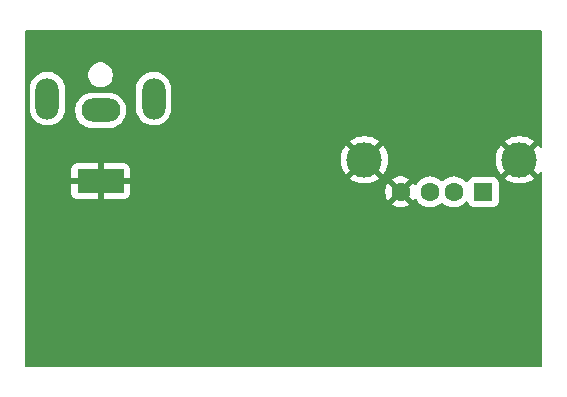
<source format=gbr>
%TF.GenerationSoftware,KiCad,Pcbnew,9.0.3*%
%TF.CreationDate,2025-10-14T12:27:29+02:00*%
%TF.ProjectId,TEST_JLC_PCB,54455354-5f4a-44c4-935f-5043422e6b69,rev?*%
%TF.SameCoordinates,Original*%
%TF.FileFunction,Copper,L2,Bot*%
%TF.FilePolarity,Positive*%
%FSLAX46Y46*%
G04 Gerber Fmt 4.6, Leading zero omitted, Abs format (unit mm)*
G04 Created by KiCad (PCBNEW 9.0.3) date 2025-10-14 12:27:29*
%MOMM*%
%LPD*%
G01*
G04 APERTURE LIST*
%TA.AperFunction,ComponentPad*%
%ADD10R,1.600000X1.500000*%
%TD*%
%TA.AperFunction,ComponentPad*%
%ADD11C,1.600000*%
%TD*%
%TA.AperFunction,ComponentPad*%
%ADD12C,3.000000*%
%TD*%
%TA.AperFunction,ComponentPad*%
%ADD13R,4.000000X2.000000*%
%TD*%
%TA.AperFunction,ComponentPad*%
%ADD14O,3.300000X2.000000*%
%TD*%
%TA.AperFunction,ComponentPad*%
%ADD15O,2.000000X3.500000*%
%TD*%
G04 APERTURE END LIST*
D10*
%TO.P,J1,1,VBUS*%
%TO.N,VOUT*%
X131630000Y-64800000D03*
D11*
%TO.P,J1,2,D-*%
%TO.N,unconnected-(J1-D--Pad2)*%
X129130000Y-64800000D03*
%TO.P,J1,3,D+*%
%TO.N,unconnected-(J1-D+-Pad3)*%
X127130000Y-64800000D03*
%TO.P,J1,4,GND*%
%TO.N,GND*%
X124630000Y-64800000D03*
D12*
%TO.P,J1,5,Shield*%
X134700000Y-62090000D03*
X121560000Y-62090000D03*
%TD*%
D13*
%TO.P,J2,1*%
%TO.N,GND*%
X99230000Y-63900000D03*
D14*
%TO.P,J2,2*%
%TO.N,VIN*%
X99230000Y-57900000D03*
D15*
%TO.P,J2,MP*%
%TO.N,N/C*%
X103730000Y-56900000D03*
X94730000Y-56900000D03*
%TD*%
%TA.AperFunction,Conductor*%
%TO.N,GND*%
G36*
X136562539Y-51120185D02*
G01*
X136608294Y-51172989D01*
X136619500Y-51224500D01*
X136619500Y-60951898D01*
X136599815Y-61018937D01*
X136547011Y-61064692D01*
X136477853Y-61074636D01*
X136414297Y-61045611D01*
X136388113Y-61013899D01*
X136366506Y-60976476D01*
X136366505Y-60976475D01*
X136279918Y-60863633D01*
X136279917Y-60863633D01*
X135672085Y-61471465D01*
X135577171Y-61340825D01*
X135449175Y-61212829D01*
X135318532Y-61117912D01*
X135926365Y-60510080D01*
X135813524Y-60423494D01*
X135813516Y-60423488D01*
X135586482Y-60292409D01*
X135586471Y-60292404D01*
X135344255Y-60192075D01*
X135091020Y-60124222D01*
X135091009Y-60124220D01*
X134831094Y-60090000D01*
X134568905Y-60090000D01*
X134308990Y-60124220D01*
X134308979Y-60124222D01*
X134055744Y-60192075D01*
X133813528Y-60292404D01*
X133813517Y-60292409D01*
X133586471Y-60423496D01*
X133473633Y-60510079D01*
X133473633Y-60510080D01*
X134081466Y-61117913D01*
X133950825Y-61212829D01*
X133822829Y-61340825D01*
X133727913Y-61471466D01*
X133120080Y-60863633D01*
X133120079Y-60863633D01*
X133033496Y-60976471D01*
X132902409Y-61203517D01*
X132902404Y-61203528D01*
X132802075Y-61445744D01*
X132734222Y-61698979D01*
X132734220Y-61698990D01*
X132700000Y-61958905D01*
X132700000Y-62221094D01*
X132734220Y-62481009D01*
X132734222Y-62481020D01*
X132802075Y-62734255D01*
X132902404Y-62976471D01*
X132902409Y-62976482D01*
X133033488Y-63203516D01*
X133033494Y-63203524D01*
X133120080Y-63316365D01*
X133727912Y-62708532D01*
X133822829Y-62839175D01*
X133950825Y-62967171D01*
X134081465Y-63062086D01*
X133473633Y-63669917D01*
X133473633Y-63669918D01*
X133586475Y-63756505D01*
X133586483Y-63756511D01*
X133813517Y-63887590D01*
X133813528Y-63887595D01*
X134055744Y-63987924D01*
X134308979Y-64055777D01*
X134308990Y-64055779D01*
X134568905Y-64089999D01*
X134568920Y-64090000D01*
X134831080Y-64090000D01*
X134831094Y-64089999D01*
X135091009Y-64055779D01*
X135091020Y-64055777D01*
X135344255Y-63987924D01*
X135586471Y-63887595D01*
X135586482Y-63887590D01*
X135813516Y-63756511D01*
X135813534Y-63756499D01*
X135926365Y-63669919D01*
X135926365Y-63669917D01*
X135318534Y-63062086D01*
X135449175Y-62967171D01*
X135577171Y-62839175D01*
X135672086Y-62708534D01*
X136279917Y-63316365D01*
X136279919Y-63316365D01*
X136366499Y-63203534D01*
X136366510Y-63203517D01*
X136388113Y-63166101D01*
X136438680Y-63117886D01*
X136507287Y-63104662D01*
X136572151Y-63130630D01*
X136612680Y-63187544D01*
X136619500Y-63228101D01*
X136619500Y-79495500D01*
X136599815Y-79562539D01*
X136547011Y-79608294D01*
X136495500Y-79619500D01*
X92984500Y-79619500D01*
X92917461Y-79599815D01*
X92871706Y-79547011D01*
X92860500Y-79495500D01*
X92860500Y-62852155D01*
X96730000Y-62852155D01*
X96730000Y-63650000D01*
X97796988Y-63650000D01*
X97764075Y-63707007D01*
X97730000Y-63834174D01*
X97730000Y-63965826D01*
X97764075Y-64092993D01*
X97796988Y-64150000D01*
X96730000Y-64150000D01*
X96730000Y-64947844D01*
X96736401Y-65007372D01*
X96736403Y-65007379D01*
X96786645Y-65142086D01*
X96786649Y-65142093D01*
X96872809Y-65257187D01*
X96872812Y-65257190D01*
X96987906Y-65343350D01*
X96987913Y-65343354D01*
X97122620Y-65393596D01*
X97122627Y-65393598D01*
X97182155Y-65399999D01*
X97182172Y-65400000D01*
X98980000Y-65400000D01*
X98980000Y-64400000D01*
X99480000Y-64400000D01*
X99480000Y-65400000D01*
X101277828Y-65400000D01*
X101277844Y-65399999D01*
X101337372Y-65393598D01*
X101337379Y-65393596D01*
X101472086Y-65343354D01*
X101472093Y-65343350D01*
X101587187Y-65257190D01*
X101587190Y-65257187D01*
X101673350Y-65142093D01*
X101673354Y-65142086D01*
X101723596Y-65007379D01*
X101723598Y-65007372D01*
X101729999Y-64947844D01*
X101730000Y-64947827D01*
X101730000Y-64697682D01*
X123330000Y-64697682D01*
X123330000Y-64902317D01*
X123362009Y-65104417D01*
X123425244Y-65299031D01*
X123518141Y-65481350D01*
X123518147Y-65481359D01*
X123550523Y-65525921D01*
X123550524Y-65525922D01*
X124167449Y-64908997D01*
X124187370Y-64983343D01*
X124249905Y-65091657D01*
X124338343Y-65180095D01*
X124446657Y-65242630D01*
X124521002Y-65262550D01*
X123904076Y-65879474D01*
X123948650Y-65911859D01*
X124130968Y-66004755D01*
X124325582Y-66067990D01*
X124527683Y-66100000D01*
X124732317Y-66100000D01*
X124934417Y-66067990D01*
X125129031Y-66004755D01*
X125311349Y-65911859D01*
X125355921Y-65879474D01*
X124738997Y-65262550D01*
X124813343Y-65242630D01*
X124921657Y-65180095D01*
X125010095Y-65091657D01*
X125072630Y-64983343D01*
X125092550Y-64908997D01*
X125709474Y-65525921D01*
X125741859Y-65481349D01*
X125769233Y-65427624D01*
X125817207Y-65376827D01*
X125885028Y-65360031D01*
X125951163Y-65382567D01*
X125990203Y-65427621D01*
X126017713Y-65481611D01*
X126138028Y-65647213D01*
X126282786Y-65791971D01*
X126403226Y-65879474D01*
X126448390Y-65912287D01*
X126564607Y-65971503D01*
X126630776Y-66005218D01*
X126630778Y-66005218D01*
X126630781Y-66005220D01*
X126735137Y-66039127D01*
X126825465Y-66068477D01*
X126926557Y-66084488D01*
X127027648Y-66100500D01*
X127027649Y-66100500D01*
X127232351Y-66100500D01*
X127232352Y-66100500D01*
X127434534Y-66068477D01*
X127629219Y-66005220D01*
X127811610Y-65912287D01*
X127904590Y-65844732D01*
X127977213Y-65791971D01*
X127977215Y-65791968D01*
X127977219Y-65791966D01*
X128042319Y-65726866D01*
X128103642Y-65693381D01*
X128173334Y-65698365D01*
X128217681Y-65726866D01*
X128282786Y-65791971D01*
X128403226Y-65879474D01*
X128448390Y-65912287D01*
X128564607Y-65971503D01*
X128630776Y-66005218D01*
X128630778Y-66005218D01*
X128630781Y-66005220D01*
X128735137Y-66039127D01*
X128825465Y-66068477D01*
X128926557Y-66084488D01*
X129027648Y-66100500D01*
X129027649Y-66100500D01*
X129232351Y-66100500D01*
X129232352Y-66100500D01*
X129434534Y-66068477D01*
X129629219Y-66005220D01*
X129811610Y-65912287D01*
X129904590Y-65844732D01*
X129977213Y-65791971D01*
X129977215Y-65791968D01*
X129977219Y-65791966D01*
X130121966Y-65647219D01*
X130125025Y-65643009D01*
X130180352Y-65600339D01*
X130249965Y-65594355D01*
X130311762Y-65626957D01*
X130341530Y-65672554D01*
X130386202Y-65792328D01*
X130386206Y-65792335D01*
X130472452Y-65907544D01*
X130472455Y-65907547D01*
X130587664Y-65993793D01*
X130587671Y-65993797D01*
X130722517Y-66044091D01*
X130722516Y-66044091D01*
X130729444Y-66044835D01*
X130782127Y-66050500D01*
X132477872Y-66050499D01*
X132537483Y-66044091D01*
X132672331Y-65993796D01*
X132787546Y-65907546D01*
X132873796Y-65792331D01*
X132924091Y-65657483D01*
X132930500Y-65597873D01*
X132930499Y-64002128D01*
X132924091Y-63942517D01*
X132903606Y-63887595D01*
X132873797Y-63807671D01*
X132873796Y-63807669D01*
X132790407Y-63696276D01*
X132790406Y-63696273D01*
X132787547Y-63692455D01*
X132787544Y-63692452D01*
X132672335Y-63606206D01*
X132672328Y-63606202D01*
X132537482Y-63555908D01*
X132537483Y-63555908D01*
X132477883Y-63549501D01*
X132477881Y-63549500D01*
X132477873Y-63549500D01*
X132477864Y-63549500D01*
X130782129Y-63549500D01*
X130782123Y-63549501D01*
X130722516Y-63555908D01*
X130587671Y-63606202D01*
X130587664Y-63606206D01*
X130472455Y-63692452D01*
X130472452Y-63692455D01*
X130386206Y-63807664D01*
X130386202Y-63807671D01*
X130341530Y-63927445D01*
X130299659Y-63983379D01*
X130234195Y-64007796D01*
X130165922Y-63992944D01*
X130125029Y-63956996D01*
X130121969Y-63952784D01*
X129977213Y-63808028D01*
X129811613Y-63687715D01*
X129811612Y-63687714D01*
X129811610Y-63687713D01*
X129737594Y-63650000D01*
X129629223Y-63594781D01*
X129434534Y-63531522D01*
X129259995Y-63503878D01*
X129232352Y-63499500D01*
X129027648Y-63499500D01*
X129003329Y-63503351D01*
X128825465Y-63531522D01*
X128630776Y-63594781D01*
X128448386Y-63687715D01*
X128282786Y-63808028D01*
X128282782Y-63808032D01*
X128217681Y-63873134D01*
X128156358Y-63906619D01*
X128086666Y-63901635D01*
X128042319Y-63873134D01*
X127977213Y-63808028D01*
X127811613Y-63687715D01*
X127811612Y-63687714D01*
X127811610Y-63687713D01*
X127737594Y-63650000D01*
X127629223Y-63594781D01*
X127434534Y-63531522D01*
X127259995Y-63503878D01*
X127232352Y-63499500D01*
X127027648Y-63499500D01*
X127003329Y-63503351D01*
X126825465Y-63531522D01*
X126630776Y-63594781D01*
X126448386Y-63687715D01*
X126282786Y-63808028D01*
X126138028Y-63952786D01*
X126017714Y-64118386D01*
X125990203Y-64172379D01*
X125942227Y-64223174D01*
X125874406Y-64239968D01*
X125808272Y-64217429D01*
X125769234Y-64172376D01*
X125741861Y-64118652D01*
X125709474Y-64074077D01*
X125709474Y-64074076D01*
X125092550Y-64691001D01*
X125072630Y-64616657D01*
X125010095Y-64508343D01*
X124921657Y-64419905D01*
X124813343Y-64357370D01*
X124738996Y-64337449D01*
X125355922Y-63720524D01*
X125355921Y-63720523D01*
X125311359Y-63688147D01*
X125311350Y-63688141D01*
X125129031Y-63595244D01*
X124934417Y-63532009D01*
X124732317Y-63500000D01*
X124527683Y-63500000D01*
X124325582Y-63532009D01*
X124130968Y-63595244D01*
X123948644Y-63688143D01*
X123904077Y-63720523D01*
X123904077Y-63720524D01*
X124521003Y-64337449D01*
X124446657Y-64357370D01*
X124338343Y-64419905D01*
X124249905Y-64508343D01*
X124187370Y-64616657D01*
X124167449Y-64691002D01*
X123550524Y-64074077D01*
X123550523Y-64074077D01*
X123518143Y-64118644D01*
X123425244Y-64300968D01*
X123362009Y-64495582D01*
X123330000Y-64697682D01*
X101730000Y-64697682D01*
X101730000Y-64150000D01*
X100663012Y-64150000D01*
X100695925Y-64092993D01*
X100730000Y-63965826D01*
X100730000Y-63834174D01*
X100695925Y-63707007D01*
X100663012Y-63650000D01*
X101730000Y-63650000D01*
X101730000Y-62852172D01*
X101729999Y-62852155D01*
X101723598Y-62792627D01*
X101723596Y-62792620D01*
X101673354Y-62657913D01*
X101673350Y-62657906D01*
X101587190Y-62542812D01*
X101587187Y-62542809D01*
X101472093Y-62456649D01*
X101472086Y-62456645D01*
X101337379Y-62406403D01*
X101337372Y-62406401D01*
X101277844Y-62400000D01*
X99480000Y-62400000D01*
X99480000Y-63400000D01*
X98980000Y-63400000D01*
X98980000Y-62400000D01*
X97182155Y-62400000D01*
X97122627Y-62406401D01*
X97122620Y-62406403D01*
X96987913Y-62456645D01*
X96987906Y-62456649D01*
X96872812Y-62542809D01*
X96872809Y-62542812D01*
X96786649Y-62657906D01*
X96786645Y-62657913D01*
X96736403Y-62792620D01*
X96736401Y-62792627D01*
X96730000Y-62852155D01*
X92860500Y-62852155D01*
X92860500Y-61958905D01*
X119560000Y-61958905D01*
X119560000Y-62221094D01*
X119594220Y-62481009D01*
X119594222Y-62481020D01*
X119662075Y-62734255D01*
X119762404Y-62976471D01*
X119762409Y-62976482D01*
X119893488Y-63203516D01*
X119893494Y-63203524D01*
X119980080Y-63316365D01*
X120587912Y-62708532D01*
X120682829Y-62839175D01*
X120810825Y-62967171D01*
X120941465Y-63062086D01*
X120333633Y-63669917D01*
X120333633Y-63669918D01*
X120446475Y-63756505D01*
X120446483Y-63756511D01*
X120673517Y-63887590D01*
X120673528Y-63887595D01*
X120915744Y-63987924D01*
X121168979Y-64055777D01*
X121168990Y-64055779D01*
X121428905Y-64089999D01*
X121428920Y-64090000D01*
X121691080Y-64090000D01*
X121691094Y-64089999D01*
X121951009Y-64055779D01*
X121951020Y-64055777D01*
X122204255Y-63987924D01*
X122446471Y-63887595D01*
X122446482Y-63887590D01*
X122673516Y-63756511D01*
X122673534Y-63756499D01*
X122786365Y-63669920D01*
X122786365Y-63669917D01*
X122178534Y-63062086D01*
X122309175Y-62967171D01*
X122437171Y-62839175D01*
X122532086Y-62708534D01*
X123139917Y-63316365D01*
X123139919Y-63316365D01*
X123226499Y-63203534D01*
X123226511Y-63203516D01*
X123357590Y-62976482D01*
X123357595Y-62976471D01*
X123457924Y-62734255D01*
X123525777Y-62481020D01*
X123525779Y-62481009D01*
X123559999Y-62221094D01*
X123560000Y-62221080D01*
X123560000Y-61958919D01*
X123559999Y-61958905D01*
X123525779Y-61698990D01*
X123525777Y-61698979D01*
X123457924Y-61445744D01*
X123357595Y-61203528D01*
X123357590Y-61203517D01*
X123226511Y-60976483D01*
X123226505Y-60976475D01*
X123139918Y-60863633D01*
X123139917Y-60863633D01*
X122532085Y-61471465D01*
X122437171Y-61340825D01*
X122309175Y-61212829D01*
X122178532Y-61117912D01*
X122786365Y-60510080D01*
X122673524Y-60423494D01*
X122673516Y-60423488D01*
X122446482Y-60292409D01*
X122446471Y-60292404D01*
X122204255Y-60192075D01*
X121951020Y-60124222D01*
X121951009Y-60124220D01*
X121691094Y-60090000D01*
X121428905Y-60090000D01*
X121168990Y-60124220D01*
X121168979Y-60124222D01*
X120915744Y-60192075D01*
X120673528Y-60292404D01*
X120673517Y-60292409D01*
X120446471Y-60423496D01*
X120333633Y-60510079D01*
X120333633Y-60510080D01*
X120941466Y-61117913D01*
X120810825Y-61212829D01*
X120682829Y-61340825D01*
X120587913Y-61471466D01*
X119980080Y-60863633D01*
X119980079Y-60863633D01*
X119893496Y-60976471D01*
X119762409Y-61203517D01*
X119762404Y-61203528D01*
X119662075Y-61445744D01*
X119594222Y-61698979D01*
X119594220Y-61698990D01*
X119560000Y-61958905D01*
X92860500Y-61958905D01*
X92860500Y-56031902D01*
X93229500Y-56031902D01*
X93229500Y-57768097D01*
X93266446Y-58001368D01*
X93339433Y-58225996D01*
X93446657Y-58436433D01*
X93585483Y-58627510D01*
X93752490Y-58794517D01*
X93943567Y-58933343D01*
X94042991Y-58984002D01*
X94154003Y-59040566D01*
X94154005Y-59040566D01*
X94154008Y-59040568D01*
X94274412Y-59079689D01*
X94378631Y-59113553D01*
X94611903Y-59150500D01*
X94611908Y-59150500D01*
X94848097Y-59150500D01*
X95081368Y-59113553D01*
X95305992Y-59040568D01*
X95516433Y-58933343D01*
X95707510Y-58794517D01*
X95874517Y-58627510D01*
X96013343Y-58436433D01*
X96120568Y-58225992D01*
X96193553Y-58001368D01*
X96228313Y-57781902D01*
X97079500Y-57781902D01*
X97079500Y-58018097D01*
X97116446Y-58251368D01*
X97189433Y-58475996D01*
X97266635Y-58627512D01*
X97296657Y-58686433D01*
X97435483Y-58877510D01*
X97602490Y-59044517D01*
X97793567Y-59183343D01*
X97892991Y-59234002D01*
X98004003Y-59290566D01*
X98004005Y-59290566D01*
X98004008Y-59290568D01*
X98124412Y-59329689D01*
X98228631Y-59363553D01*
X98461903Y-59400500D01*
X98461908Y-59400500D01*
X99998097Y-59400500D01*
X100231368Y-59363553D01*
X100455992Y-59290568D01*
X100666433Y-59183343D01*
X100857510Y-59044517D01*
X101024517Y-58877510D01*
X101163343Y-58686433D01*
X101270568Y-58475992D01*
X101343553Y-58251368D01*
X101380500Y-58018097D01*
X101380500Y-57781902D01*
X101343553Y-57548631D01*
X101270566Y-57324003D01*
X101163342Y-57113566D01*
X101024517Y-56922490D01*
X100857510Y-56755483D01*
X100666433Y-56616657D01*
X100455996Y-56509433D01*
X100231368Y-56436446D01*
X99998097Y-56399500D01*
X99998092Y-56399500D01*
X98461908Y-56399500D01*
X98461903Y-56399500D01*
X98228631Y-56436446D01*
X98004003Y-56509433D01*
X97793566Y-56616657D01*
X97684550Y-56695862D01*
X97602490Y-56755483D01*
X97602488Y-56755485D01*
X97602487Y-56755485D01*
X97435485Y-56922487D01*
X97435485Y-56922488D01*
X97435483Y-56922490D01*
X97375862Y-57004550D01*
X97296657Y-57113566D01*
X97189433Y-57324003D01*
X97116446Y-57548631D01*
X97079500Y-57781902D01*
X96228313Y-57781902D01*
X96230500Y-57768092D01*
X96230500Y-56031908D01*
X96230500Y-56031902D01*
X102229500Y-56031902D01*
X102229500Y-57768097D01*
X102266446Y-58001368D01*
X102339433Y-58225996D01*
X102446657Y-58436433D01*
X102585483Y-58627510D01*
X102752490Y-58794517D01*
X102943567Y-58933343D01*
X103042991Y-58984002D01*
X103154003Y-59040566D01*
X103154005Y-59040566D01*
X103154008Y-59040568D01*
X103274412Y-59079689D01*
X103378631Y-59113553D01*
X103611903Y-59150500D01*
X103611908Y-59150500D01*
X103848097Y-59150500D01*
X104081368Y-59113553D01*
X104305992Y-59040568D01*
X104516433Y-58933343D01*
X104707510Y-58794517D01*
X104874517Y-58627510D01*
X105013343Y-58436433D01*
X105120568Y-58225992D01*
X105193553Y-58001368D01*
X105230500Y-57768097D01*
X105230500Y-56031902D01*
X105193553Y-55798631D01*
X105120566Y-55574003D01*
X105064002Y-55462991D01*
X105013343Y-55363567D01*
X104874517Y-55172490D01*
X104707510Y-55005483D01*
X104516433Y-54866657D01*
X104305996Y-54759433D01*
X104081368Y-54686446D01*
X103848097Y-54649500D01*
X103848092Y-54649500D01*
X103611908Y-54649500D01*
X103611903Y-54649500D01*
X103378631Y-54686446D01*
X103154003Y-54759433D01*
X102943566Y-54866657D01*
X102834550Y-54945862D01*
X102752490Y-55005483D01*
X102752488Y-55005485D01*
X102752487Y-55005485D01*
X102585485Y-55172487D01*
X102585485Y-55172488D01*
X102585483Y-55172490D01*
X102525862Y-55254550D01*
X102446657Y-55363566D01*
X102339433Y-55574003D01*
X102266446Y-55798631D01*
X102229500Y-56031902D01*
X96230500Y-56031902D01*
X96193553Y-55798631D01*
X96120566Y-55574003D01*
X96064002Y-55462991D01*
X96013343Y-55363567D01*
X95874517Y-55172490D01*
X95707510Y-55005483D01*
X95516433Y-54866657D01*
X95378802Y-54796530D01*
X98179500Y-54796530D01*
X98179500Y-55003469D01*
X98219868Y-55206412D01*
X98219870Y-55206420D01*
X98299058Y-55397596D01*
X98414024Y-55569657D01*
X98560342Y-55715975D01*
X98560345Y-55715977D01*
X98732402Y-55830941D01*
X98923580Y-55910130D01*
X99126530Y-55950499D01*
X99126534Y-55950500D01*
X99126535Y-55950500D01*
X99333466Y-55950500D01*
X99333467Y-55950499D01*
X99536420Y-55910130D01*
X99727598Y-55830941D01*
X99899655Y-55715977D01*
X100045977Y-55569655D01*
X100160941Y-55397598D01*
X100240130Y-55206420D01*
X100280500Y-55003465D01*
X100280500Y-54796535D01*
X100240130Y-54593580D01*
X100160941Y-54402402D01*
X100045977Y-54230345D01*
X100045975Y-54230342D01*
X99899657Y-54084024D01*
X99813626Y-54026541D01*
X99727598Y-53969059D01*
X99536420Y-53889870D01*
X99536412Y-53889868D01*
X99333469Y-53849500D01*
X99333465Y-53849500D01*
X99126535Y-53849500D01*
X99126530Y-53849500D01*
X98923587Y-53889868D01*
X98923579Y-53889870D01*
X98732403Y-53969058D01*
X98560342Y-54084024D01*
X98414024Y-54230342D01*
X98299058Y-54402403D01*
X98219870Y-54593579D01*
X98219868Y-54593587D01*
X98179500Y-54796530D01*
X95378802Y-54796530D01*
X95305996Y-54759433D01*
X95081368Y-54686446D01*
X94848097Y-54649500D01*
X94848092Y-54649500D01*
X94611908Y-54649500D01*
X94611903Y-54649500D01*
X94378631Y-54686446D01*
X94154003Y-54759433D01*
X93943566Y-54866657D01*
X93834550Y-54945862D01*
X93752490Y-55005483D01*
X93752488Y-55005485D01*
X93752487Y-55005485D01*
X93585485Y-55172487D01*
X93585485Y-55172488D01*
X93585483Y-55172490D01*
X93525862Y-55254550D01*
X93446657Y-55363566D01*
X93339433Y-55574003D01*
X93266446Y-55798631D01*
X93229500Y-56031902D01*
X92860500Y-56031902D01*
X92860500Y-51224500D01*
X92880185Y-51157461D01*
X92932989Y-51111706D01*
X92984500Y-51100500D01*
X136495500Y-51100500D01*
X136562539Y-51120185D01*
G37*
%TD.AperFunction*%
%TD*%
M02*

</source>
